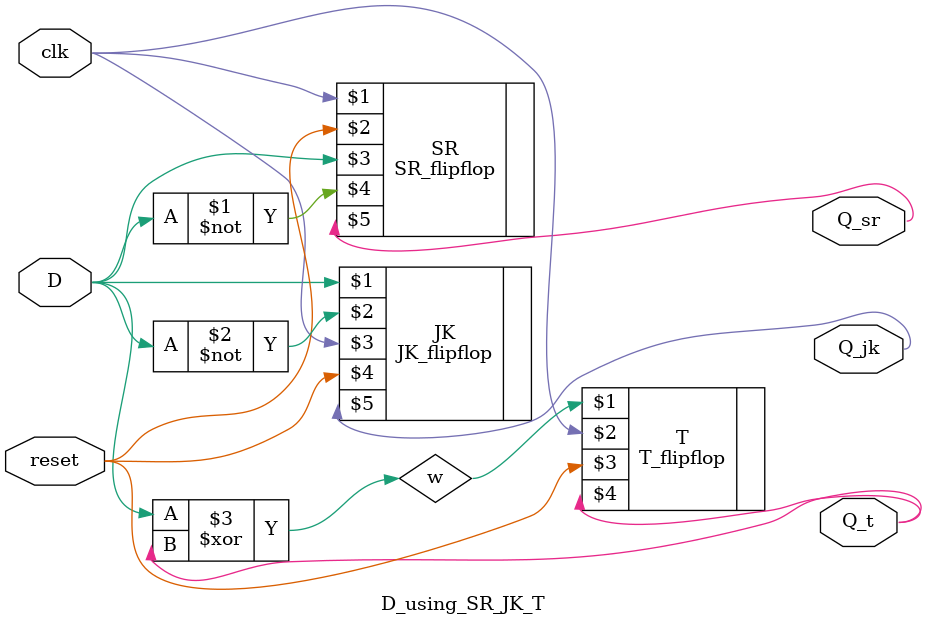
<source format=v>
module D_using_SR_JK_T (
input clk,reset,D,
output Q_sr,Q_jk,Q_t
);
wire w;
SR_flipflop SR(clk,reset,D,~D,Q_sr);

JK_flipflop JK(D,~D,clk,reset,Q_jk);

assign w = D^Q_t;

T_flipflop T(w,clk,reset,Q_t);
endmodule 

</source>
